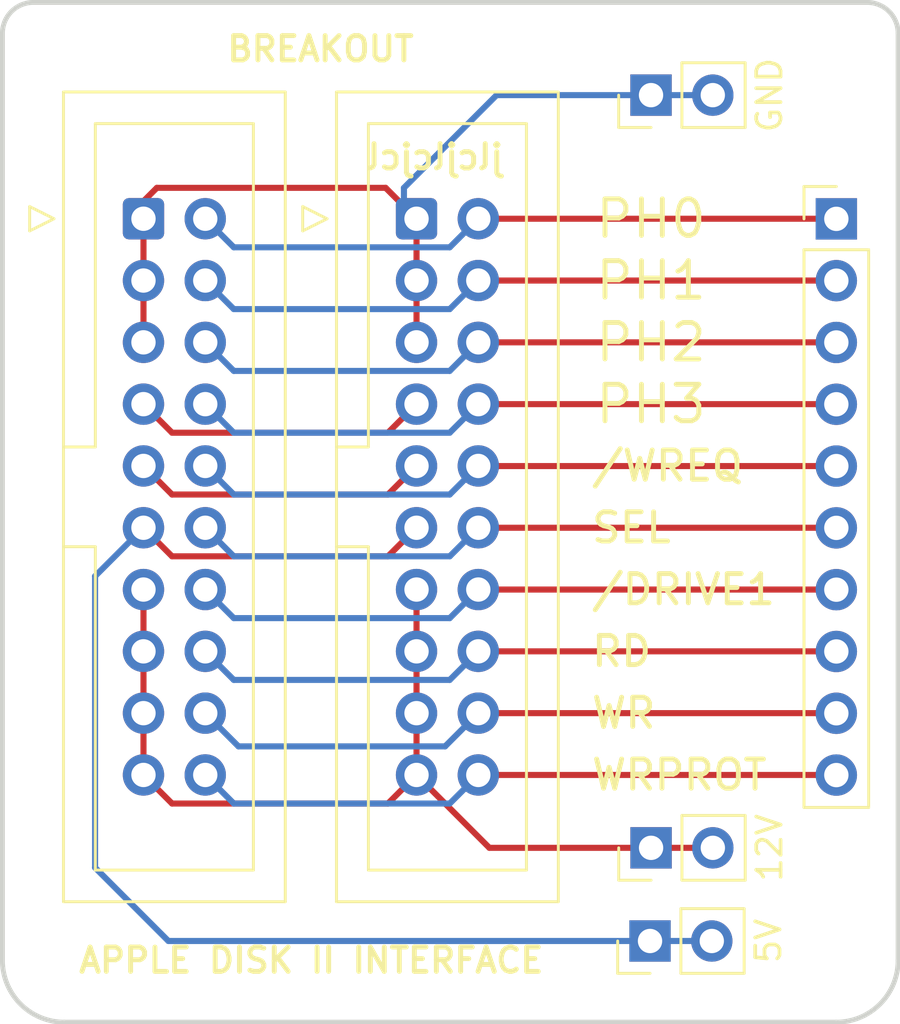
<source format=kicad_pcb>
(kicad_pcb (version 20211014) (generator pcbnew)
  (layers (0 "F.Cu" signal) (31 "B.Cu" signal) (34 "B.Paste" user) (35 "F.Paste" user) (36 "B.SilkS" user "B.Silkscreen") (37 "F.SilkS" user "F.Silkscreen") (38 "B.Mask" user) (39 "F.Mask" user) (44 "Edge.Cuts" user))
  (net 0 "")
  (net 1 "GND")
  (net 2 "/PH0")
  (net 3 "/PH1")
  (net 4 "/PH2")
  (net 5 "/{slash}3,5EN")
  (net 6 "/PH3")
  (net 7 "-12V")
  (net 8 "/{slash}WREQ")
  (net 9 "+5V")
  (net 10 "/SEL")
  (net 11 "+12V")
  (net 12 "/{slash}DRIVE1")
  (net 13 "/RD")
  (net 14 "/WR")
  (net 15 "/WRPROT")
  (footprint "Connector_IDC:IDC-Header_2x10_P2.54mm_Vertical" (layer "F.Cu") (at 113.5475 109.22)
    (fp_text reference "J1" hide)
    (fp_text value "APPLE II Disk" hide)
    (fp_line (start -1.98 26.77) (end -1.98 13.48) (layer "F.SilkS") (width 0.12))
    (fp_line (start -3.29 28.07) (end -3.29 -5.21) (layer "F.SilkS") (width 0.12))
    (fp_line (start 5.83 28.07) (end -3.29 28.07) (layer "F.SilkS") (width 0.12))
    (fp_line (start -3.29 -5.21) (end 5.83 -5.21) (layer "F.SilkS") (width 0.12))
    (fp_line (start -1.98 13.48) (end -1.98 13.48) (layer "F.SilkS") (width 0.12))
    (fp_line (start -3.68 0) (end -4.68 -0.5) (layer "F.SilkS") (width 0.12))
    (fp_line (start 5.83 -5.21) (end 5.83 28.07) (layer "F.SilkS") (width 0.12))
    (fp_line (start -3.29 9.38) (end -1.98 9.38) (layer "F.SilkS") (width 0.12))
    (fp_line (start -1.98 9.38) (end -1.98 -3.91) (layer "F.SilkS") (width 0.12))
    (fp_line (start 4.52 26.77) (end -1.98 26.77) (layer "F.SilkS") (width 0.12))
    (fp_line (start -1.98 -3.91) (end 4.52 -3.91) (layer "F.SilkS") (width 0.12))
    (fp_line (start -1.98 13.48) (end -3.29 13.48) (layer "F.SilkS") (width 0.12))
    (fp_line (start 4.52 -3.91) (end 4.52 26.77) (layer "F.SilkS") (width 0.12))
    (fp_line (start -4.68 -0.5) (end -4.68 0.5) (layer "F.SilkS") (width 0.12))
    (fp_line (start -4.68 0.5) (end -3.68 0) (layer "F.SilkS") (width 0.12))
    (pad "1" thru_hole roundrect (at 0 0) (size 1.7 1.7) (drill 1) (layers *.Cu *.Mask) (roundrect_rratio 0.1470588235) (net 1 "GND"))
    (pad "2" thru_hole circle (at 2.54 0) (size 1.7 1.7) (drill 1) (layers *.Cu *.Mask) (net 2 "/PH0"))
    (pad "3" thru_hole circle (at 0 2.54) (size 1.7 1.7) (drill 1) (layers *.Cu *.Mask) (net 1 "GND"))
    (pad "4" thru_hole circle (at 2.54 2.54) (size 1.7 1.7) (drill 1) (layers *.Cu *.Mask) (net 3 "/PH1"))
    (pad "5" thru_hole circle (at 0 5.08) (size 1.7 1.7) (drill 1) (layers *.Cu *.Mask) (net 1 "GND"))
    (pad "6" thru_hole circle (at 2.54 5.08) (size 1.7 1.7) (drill 1) (layers *.Cu *.Mask) (net 4 "/PH2"))
    (pad "7" thru_hole circle (at 0 7.62) (size 1.7 1.7) (drill 1) (layers *.Cu *.Mask) (net 5 "/{slash}3,5EN"))
    (pad "8" thru_hole circle (at 2.54 7.62) (size 1.7 1.7) (drill 1) (layers *.Cu *.Mask) (net 6 "/PH3"))
    (pad "9" thru_hole circle (at 0 10.16) (size 1.7 1.7) (drill 1) (layers *.Cu *.Mask) (net 7 "-12V"))
    (pad "10" thru_hole circle (at 2.54 10.16) (size 1.7 1.7) (drill 1) (layers *.Cu *.Mask) (net 8 "/{slash}WREQ"))
    (pad "11" thru_hole circle (at 0 12.7) (size 1.7 1.7) (drill 1) (layers *.Cu *.Mask) (net 9 "+5V"))
    (pad "12" thru_hole circle (at 2.54 12.7) (size 1.7 1.7) (drill 1) (layers *.Cu *.Mask) (net 10 "/SEL"))
    (pad "13" thru_hole circle (at 0 15.24) (size 1.7 1.7) (drill 1) (layers *.Cu *.Mask) (net 11 "+12V"))
    (pad "14" thru_hole circle (at 2.54 15.24) (size 1.7 1.7) (drill 1) (layers *.Cu *.Mask) (net 12 "/{slash}DRIVE1"))
    (pad "15" thru_hole circle (at 0 17.78) (size 1.7 1.7) (drill 1) (layers *.Cu *.Mask) (net 11 "+12V"))
    (pad "16" thru_hole circle (at 2.54 17.78) (size 1.7 1.7) (drill 1) (layers *.Cu *.Mask) (net 13 "/RD"))
    (pad "17" thru_hole circle (at 0 20.32) (size 1.7 1.7) (drill 1) (layers *.Cu *.Mask) (net 11 "+12V"))
    (pad "18" thru_hole circle (at 2.54 20.32) (size 1.7 1.7) (drill 1) (layers *.Cu *.Mask) (net 14 "/WR"))
    (pad "19" thru_hole circle (at 0 22.86) (size 1.7 1.7) (drill 1) (layers *.Cu *.Mask) (net 11 "+12V"))
    (pad "20" thru_hole circle (at 2.54 22.86) (size 1.7 1.7) (drill 1) (layers *.Cu *.Mask) (net 15 "/WRPROT"))
  )
  (footprint "Connector_IDC:IDC-Header_2x10_P2.54mm_Vertical" (layer "F.Cu") (at 102.32 109.22)
    (fp_text reference "J2" hide)
    (fp_text value "APPLE II Disk" hide)
    (fp_line (start -1.98 9.38) (end -1.98 -3.91) (layer "F.SilkS") (width 0.12))
    (fp_line (start -4.68 0.5) (end -3.68 0) (layer "F.SilkS") (width 0.12))
    (fp_line (start -4.68 -0.5) (end -4.68 0.5) (layer "F.SilkS") (width 0.12))
    (fp_line (start 4.52 26.77) (end -1.98 26.77) (layer "F.SilkS") (width 0.12))
    (fp_line (start -3.68 0) (end -4.68 -0.5) (layer "F.SilkS") (width 0.12))
    (fp_line (start -3.29 -5.21) (end 5.83 -5.21) (layer "F.SilkS") (width 0.12))
    (fp_line (start -3.29 9.38) (end -1.98 9.38) (layer "F.SilkS") (width 0.12))
    (fp_line (start -1.98 -3.91) (end 4.52 -3.91) (layer "F.SilkS") (width 0.12))
    (fp_line (start 4.52 -3.91) (end 4.52 26.77) (layer "F.SilkS") (width 0.12))
    (fp_line (start -1.98 13.48) (end -1.98 13.48) (layer "F.SilkS") (width 0.12))
    (fp_line (start 5.83 28.07) (end -3.29 28.07) (layer "F.SilkS") (width 0.12))
    (fp_line (start 5.83 -5.21) (end 5.83 28.07) (layer "F.SilkS") (width 0.12))
    (fp_line (start -3.29 28.07) (end -3.29 -5.21) (layer "F.SilkS") (width 0.12))
    (fp_line (start -1.98 26.77) (end -1.98 13.48) (layer "F.SilkS") (width 0.12))
    (fp_line (start -1.98 13.48) (end -3.29 13.48) (layer "F.SilkS") (width 0.12))
    (pad "1" thru_hole roundrect (at 0 0) (size 1.7 1.7) (drill 1) (layers *.Cu *.Mask) (roundrect_rratio 0.1470588235) (net 1 "GND"))
    (pad "2" thru_hole circle (at 2.54 0) (size 1.7 1.7) (drill 1) (layers *.Cu *.Mask) (net 2 "/PH0"))
    (pad "3" thru_hole circle (at 0 2.54) (size 1.7 1.7) (drill 1) (layers *.Cu *.Mask) (net 1 "GND"))
    (pad "4" thru_hole circle (at 2.54 2.54) (size 1.7 1.7) (drill 1) (layers *.Cu *.Mask) (net 3 "/PH1"))
    (pad "5" thru_hole circle (at 0 5.08) (size 1.7 1.7) (drill 1) (layers *.Cu *.Mask) (net 1 "GND"))
    (pad "6" thru_hole circle (at 2.54 5.08) (size 1.7 1.7) (drill 1) (layers *.Cu *.Mask) (net 4 "/PH2"))
    (pad "7" thru_hole circle (at 0 7.62) (size 1.7 1.7) (drill 1) (layers *.Cu *.Mask) (net 5 "/{slash}3,5EN"))
    (pad "8" thru_hole circle (at 2.54 7.62) (size 1.7 1.7) (drill 1) (layers *.Cu *.Mask) (net 6 "/PH3"))
    (pad "9" thru_hole circle (at 0 10.16) (size 1.7 1.7) (drill 1) (layers *.Cu *.Mask) (net 7 "-12V"))
    (pad "10" thru_hole circle (at 2.54 10.16) (size 1.7 1.7) (drill 1) (layers *.Cu *.Mask) (net 8 "/{slash}WREQ"))
    (pad "11" thru_hole circle (at 0 12.7) (size 1.7 1.7) (drill 1) (layers *.Cu *.Mask) (net 9 "+5V"))
    (pad "12" thru_hole circle (at 2.54 12.7) (size 1.7 1.7) (drill 1) (layers *.Cu *.Mask) (net 10 "/SEL"))
    (pad "13" thru_hole circle (at 0 15.24) (size 1.7 1.7) (drill 1) (layers *.Cu *.Mask) (net 11 "+12V"))
    (pad "14" thru_hole circle (at 2.54 15.24) (size 1.7 1.7) (drill 1) (layers *.Cu *.Mask) (net 12 "/{slash}DRIVE1"))
    (pad "15" thru_hole circle (at 0 17.78) (size 1.7 1.7) (drill 1) (layers *.Cu *.Mask) (net 11 "+12V"))
    (pad "16" thru_hole circle (at 2.54 17.78) (size 1.7 1.7) (drill 1) (layers *.Cu *.Mask) (net 13 "/RD"))
    (pad "17" thru_hole circle (at 0 20.32) (size 1.7 1.7) (drill 1) (layers *.Cu *.Mask) (net 11 "+12V"))
    (pad "18" thru_hole circle (at 2.54 20.32) (size 1.7 1.7) (drill 1) (layers *.Cu *.Mask) (net 14 "/WR"))
    (pad "19" thru_hole circle (at 0 22.86) (size 1.7 1.7) (drill 1) (layers *.Cu *.Mask) (net 11 "+12V"))
    (pad "20" thru_hole circle (at 2.54 22.86) (size 1.7 1.7) (drill 1) (layers *.Cu *.Mask) (net 15 "/WRPROT"))
  )
  (footprint "Connector_PinHeader_2.54mm:PinHeader_1x02_P2.54mm_Vertical" (layer "F.Cu") (at 123.19 104.14 90)
    (fp_text reference "J4" hide)
    (fp_text value "GND" (at 0 4.87 90) (layer "F.SilkS"))
    (fp_line (start -1.33 -1.33) (end 0 -1.33) (layer "F.SilkS") (width 0.12))
    (fp_line (start -1.33 1.27) (end -1.33 3.87) (layer "F.SilkS") (width 0.12))
    (fp_line (start -1.33 1.27) (end 1.33 1.27) (layer "F.SilkS") (width 0.12))
    (fp_line (start -1.33 3.87) (end 1.33 3.87) (layer "F.SilkS") (width 0.12))
    (fp_line (start 1.33 1.27) (end 1.33 3.87) (layer "F.SilkS") (width 0.12))
    (fp_line (start -1.33 0) (end -1.33 -1.33) (layer "F.SilkS") (width 0.12))
    (pad "1" thru_hole rect (at 0 0 90) (size 1.7 1.7) (drill 1) (layers *.Cu *.Mask) (net 1 "GND"))
    (pad "2" thru_hole oval (at 0 2.54 90) (size 1.7 1.7) (drill 1) (layers *.Cu *.Mask) (net 1 "GND"))
  )
  (footprint "Connector_PinHeader_2.54mm:PinHeader_1x02_P2.54mm_Vertical" (layer "F.Cu") (at 123.191867 135.075436 90)
    (fp_text reference "J5" hide)
    (fp_text value "12V" (at 0 4.87 90) (layer "F.SilkS"))
    (fp_line (start -1.33 1.27) (end -1.33 3.87) (layer "F.SilkS") (width 0.12))
    (fp_line (start -1.33 -1.33) (end 0 -1.33) (layer "F.SilkS") (width 0.12))
    (fp_line (start -1.33 3.87) (end 1.33 3.87) (layer "F.SilkS") (width 0.12))
    (fp_line (start 1.33 1.27) (end 1.33 3.87) (layer "F.SilkS") (width 0.12))
    (fp_line (start -1.33 0) (end -1.33 -1.33) (layer "F.SilkS") (width 0.12))
    (fp_line (start -1.33 1.27) (end 1.33 1.27) (layer "F.SilkS") (width 0.12))
    (pad "1" thru_hole rect (at 0 0 90) (size 1.7 1.7) (drill 1) (layers *.Cu *.Mask) (net 11 "+12V"))
    (pad "2" thru_hole oval (at 0 2.54 90) (size 1.7 1.7) (drill 1) (layers *.Cu *.Mask) (net 11 "+12V"))
  )
  (footprint "Connector_PinHeader_2.54mm:PinHeader_1x02_P2.54mm_Vertical" (layer "F.Cu") (at 123.148848 138.904144 90)
    (fp_text reference "J6" hide)
    (fp_text value "5V" (at 0 4.87 90) (layer "F.SilkS"))
    (fp_line (start -1.33 3.87) (end 1.33 3.87) (layer "F.SilkS") (width 0.12))
    (fp_line (start -1.33 1.27) (end 1.33 1.27) (layer "F.SilkS") (width 0.12))
    (fp_line (start -1.33 -1.33) (end 0 -1.33) (layer "F.SilkS") (width 0.12))
    (fp_line (start -1.33 1.27) (end -1.33 3.87) (layer "F.SilkS") (width 0.12))
    (fp_line (start -1.33 0) (end -1.33 -1.33) (layer "F.SilkS") (width 0.12))
    (fp_line (start 1.33 1.27) (end 1.33 3.87) (layer "F.SilkS") (width 0.12))
    (pad "1" thru_hole rect (at 0 0 90) (size 1.7 1.7) (drill 1) (layers *.Cu *.Mask) (net 9 "+5V"))
    (pad "2" thru_hole oval (at 0 2.54 90) (size 1.7 1.7) (drill 1) (layers *.Cu *.Mask) (net 9 "+5V"))
  )
  (footprint "Connector_PinHeader_2.54mm:PinHeader_1x10_P2.54mm_Vertical" (layer "F.Cu") (at 130.81 109.225)
    (fp_text reference "J3" hide)
    (fp_text value "Conn_01x10_Male" hide)
    (fp_line (start 1.33 1.27) (end 1.33 24.19) (layer "F.SilkS") (width 0.12))
    (fp_line (start -1.33 1.27) (end -1.33 24.19) (layer "F.SilkS") (width 0.12))
    (fp_line (start -1.33 24.19) (end 1.33 24.19) (layer "F.SilkS") (width 0.12))
    (fp_line (start -1.33 1.27) (end 1.33 1.27) (layer "F.SilkS") (width 0.12))
    (fp_line (start -1.33 0) (end -1.33 -1.33) (layer "F.SilkS") (width 0.12))
    (fp_line (start -1.33 -1.33) (end 0 -1.33) (layer "F.SilkS") (width 0.12))
    (pad "1" thru_hole rect (at 0 0) (size 1.7 1.7) (drill 1) (layers *.Cu *.Mask) (net 2 "/PH0"))
    (pad "2" thru_hole oval (at 0 2.54) (size 1.7 1.7) (drill 1) (layers *.Cu *.Mask) (net 3 "/PH1"))
    (pad "3" thru_hole oval (at 0 5.08) (size 1.7 1.7) (drill 1) (layers *.Cu *.Mask) (net 4 "/PH2"))
    (pad "4" thru_hole oval (at 0 7.62) (size 1.7 1.7) (drill 1) (layers *.Cu *.Mask) (net 6 "/PH3"))
    (pad "5" thru_hole oval (at 0 10.16) (size 1.7 1.7) (drill 1) (layers *.Cu *.Mask) (net 8 "/{slash}WREQ"))
    (pad "6" thru_hole oval (at 0 12.7) (size 1.7 1.7) (drill 1) (layers *.Cu *.Mask) (net 10 "/SEL"))
    (pad "7" thru_hole oval (at 0 15.24) (size 1.7 1.7) (drill 1) (layers *.Cu *.Mask) (net 12 "/{slash}DRIVE1"))
    (pad "8" thru_hole oval (at 0 17.78) (size 1.7 1.7) (drill 1) (layers *.Cu *.Mask) (net 13 "/RD"))
    (pad "9" thru_hole oval (at 0 20.32) (size 1.7 1.7) (drill 1) (layers *.Cu *.Mask) (net 14 "/WR"))
    (pad "10" thru_hole oval (at 0 22.86) (size 1.7 1.7) (drill 1) (layers *.Cu *.Mask) (net 15 "/WRPROT"))
  )
  (gr_line (start 130.81 142.24) (end 99.06 142.24) (layer "Edge.Cuts") (width 0.2))
  (gr_arc (start 133.35 139.7) (mid 132.606051 141.496051) (end 130.81 142.24) (layer "Edge.Cuts") (width 0.2))
  (gr_line (start 133.35 101.6) (end 133.35 139.7) (layer "Edge.Cuts") (width 0.2))
  (gr_arc (start 96.52 101.6) (mid 96.891974 100.701974) (end 97.79 100.33) (layer "Edge.Cuts") (width 0.2))
  (gr_line (start 97.79 100.33) (end 132.08 100.33) (layer "Edge.Cuts") (width 0.2))
  (gr_line (start 96.52 139.7) (end 96.52 101.6) (layer "Edge.Cuts") (width 0.2))
  (gr_arc (start 132.08 100.33) (mid 132.978026 100.701974) (end 133.35 101.6) (layer "Edge.Cuts") (width 0.2))
  (gr_arc (start 99.06 142.24) (mid 97.263949 141.496051) (end 96.52 139.7) (layer "Edge.Cuts") (width 0.2))
  (gr_text "RD" (at 120.65 127) (layer "F.SilkS") (effects (font (size 1.2 1.2) (thickness 0.2)) (justify left)))
  (gr_text "SEL\n" (at 120.65 121.92) (layer "F.SilkS") (effects (font (size 1.2 1.2) (thickness 0.2)) (justify left)))
  (gr_text "/WREQ\n" (at 120.65 119.38) (layer "F.SilkS") (effects (font (size 1.2 1.2) (thickness 0.2)) (justify left)))
  (gr_text "APPLE DISK II INTERFACE\n" (at 109.22 139.7) (layer "F.SilkS") (effects (font (size 1 1) (thickness 0.2))))
  (gr_text "WR" (at 120.65 129.54) (layer "F.SilkS") (effects (font (size 1.2 1.2) (thickness 0.2)) (justify left)))
  (gr_text "BREAKOUT\n" (at 109.599224 102.240387) (layer "F.SilkS") (effects (font (size 1 1) (thickness 0.2))))
  (gr_text "PH0" (at 123.19 109.22) (layer "F.SilkS") (effects (font (size 1.5 1.5) (thickness 0.2))))
  (gr_text "WRPROT" (at 120.65 132.08) (layer "F.SilkS") (effects (font (size 1.2 1.2) (thickness 0.2)) (justify left)))
  (gr_text "PH3" (at 123.19 116.84) (layer "F.SilkS") (effects (font (size 1.5 1.5) (thickness 0.2))))
  (gr_text "jlcjlcjcl" (at 114.3 106.68) (layer "F.SilkS") (effects (font (size 1 1) (thickness 0.2)) (justify mirror)))
  (gr_text "PH1" (at 123.19 111.76) (layer "F.SilkS") (effects (font (size 1.5 1.5) (thickness 0.2))))
  (gr_text "PH2" (at 123.19 114.3) (layer "F.SilkS") (effects (font (size 1.5 1.5) (thickness 0.2))))
  (gr_text "/DRIVE1\n" (at 120.65 124.46) (layer "F.SilkS") (effects (font (size 1.2 1.2) (thickness 0.2)) (justify left)))
  (segment (start 102.87 107.95) (end 112.2775 107.95) (width 0.25) (layer "F.Cu") (net 1))
  (segment (start 102.32 108.5) (end 102.87 107.95) (width 0.25) (layer "F.Cu") (net 1))
  (segment (start 112.2775 107.95) (end 113.5475 109.22) (width 0.25) (layer "F.Cu") (net 1))
  (segment (start 102.32 109.22) (end 102.32 114.3) (width 0.25) (layer "F.Cu") (net 1))
  (segment (start 113.5475 109.22) (end 113.5475 114.3) (width 0.25) (layer "F.Cu") (net 1))
  (segment (start 102.32 109.22) (end 102.32 108.5) (width 0.25) (layer "F.Cu") (net 1))
  (segment (start 113.5475 109.4275) (end 113.5475 109.22) (width 0.25) (layer "B.Cu") (net 1))
  (segment (start 113.03 109.945) (end 113.5475 109.4275) (width 0.25) (layer "B.Cu") (net 1))
  (segment (start 113.03 107.95) (end 113.03 109.945) (width 0.25) (layer "B.Cu") (net 1))
  (segment (start 116.84 104.14) (end 113.03 107.95) (width 0.25) (layer "B.Cu") (net 1))
  (segment (start 125.73 104.14) (end 123.19 104.14) (width 0.25) (layer "B.Cu") (net 1))
  (segment (start 123.19 104.14) (end 116.84 104.14) (width 0.25) (layer "B.Cu") (net 1))
  (segment (start 116.0875 109.22) (end 130.805 109.22) (width 0.25) (layer "F.Cu") (net 2))
  (segment (start 130.805 109.22) (end 130.81 109.225) (width 0.25) (layer "F.Cu") (net 2))
  (segment (start 104.86 109.22) (end 106.03452 110.39452) (width 0.25) (layer "B.Cu") (net 2))
  (segment (start 114.91298 110.39452) (end 116.0875 109.22) (width 0.25) (layer "B.Cu") (net 2))
  (segment (start 106.03452 110.39452) (end 114.91298 110.39452) (width 0.25) (layer "B.Cu") (net 2))
  (segment (start 130.805 111.76) (end 130.81 111.765) (width 0.25) (layer "F.Cu") (net 3))
  (segment (start 116.0875 111.76) (end 130.805 111.76) (width 0.25) (layer "F.Cu") (net 3))
  (segment (start 106.034511 112.934511) (end 114.912989 112.934511) (width 0.25) (layer "B.Cu") (net 3))
  (segment (start 114.912989 112.934511) (end 116.0875 111.76) (width 0.25) (layer "B.Cu") (net 3))
  (segment (start 104.86 111.76) (end 106.034511 112.934511) (width 0.25) (layer "B.Cu") (net 3))
  (segment (start 116.0875 114.3) (end 130.805 114.3) (width 0.25) (layer "F.Cu") (net 4))
  (segment (start 130.805 114.3) (end 130.81 114.305) (width 0.25) (layer "F.Cu") (net 4))
  (segment (start 106.034511 115.474511) (end 114.912989 115.474511) (width 0.25) (layer "B.Cu") (net 4))
  (segment (start 104.86 114.3) (end 106.034511 115.474511) (width 0.25) (layer "B.Cu") (net 4))
  (segment (start 114.912989 115.474511) (end 116.0875 114.3) (width 0.25) (layer "B.Cu") (net 4))
  (segment (start 112.372989 118.014511) (end 113.5475 116.84) (width 0.25) (layer "F.Cu") (net 5))
  (segment (start 103.494511 118.014511) (end 112.372989 118.014511) (width 0.25) (layer "F.Cu") (net 5))
  (segment (start 102.32 116.84) (end 103.494511 118.014511) (width 0.25) (layer "F.Cu") (net 5))
  (segment (start 130.805 116.84) (end 130.81 116.845) (width 0.25) (layer "F.Cu") (net 6))
  (segment (start 116.0875 116.84) (end 130.805 116.84) (width 0.25) (layer "F.Cu") (net 6))
  (segment (start 114.912989 118.014511) (end 116.0875 116.84) (width 0.25) (layer "B.Cu") (net 6))
  (segment (start 104.86 116.84) (end 106.034511 118.014511) (width 0.25) (layer "B.Cu") (net 6))
  (segment (start 106.034511 118.014511) (end 114.912989 118.014511) (width 0.25) (layer "B.Cu") (net 6))
  (segment (start 113.5475 119.38) (end 112.372989 120.554511) (width 0.25) (layer "F.Cu") (net 7))
  (segment (start 112.372989 120.554511) (end 103.494511 120.554511) (width 0.25) (layer "F.Cu") (net 7))
  (segment (start 103.494511 120.554511) (end 102.32 119.38) (width 0.25) (layer "F.Cu") (net 7))
  (segment (start 116.0925 119.385) (end 116.0875 119.38) (width 0.25) (layer "F.Cu") (net 8))
  (segment (start 130.81 119.385) (end 116.0925 119.385) (width 0.25) (layer "F.Cu") (net 8))
  (segment (start 104.86 119.38) (end 106.034511 120.554511) (width 0.25) (layer "B.Cu") (net 8))
  (segment (start 114.912989 120.554511) (end 116.0875 119.38) (width 0.25) (layer "B.Cu") (net 8))
  (segment (start 106.034511 120.554511) (end 114.912989 120.554511) (width 0.25) (layer "B.Cu") (net 8))
  (segment (start 112.372989 123.094511) (end 113.5475 121.92) (width 0.25) (layer "F.Cu") (net 9))
  (segment (start 102.32 121.92) (end 103.494511 123.094511) (width 0.25) (layer "F.Cu") (net 9))
  (segment (start 103.494511 123.094511) (end 112.372989 123.094511) (width 0.25) (layer "F.Cu") (net 9))
  (segment (start 123.148848 138.904144) (end 125.688848 138.904144) (width 0.25) (layer "B.Cu") (net 9))
  (segment (start 100.33 135.89) (end 100.33 123.91) (width 0.25) (layer "B.Cu") (net 9))
  (segment (start 123.148848 138.904144) (end 103.344144 138.904144) (width 0.25) (layer "B.Cu") (net 9))
  (segment (start 100.33 123.91) (end 102.32 121.92) (width 0.25) (layer "B.Cu") (net 9))
  (segment (start 103.344144 138.904144) (end 100.33 135.89) (width 0.25) (layer "B.Cu") (net 9))
  (segment (start 130.805 121.92) (end 130.81 121.925) (width 0.25) (layer "F.Cu") (net 10))
  (segment (start 116.0875 121.92) (end 130.805 121.92) (width 0.25) (layer "F.Cu") (net 10))
  (segment (start 104.86 121.92) (end 106.034511 123.094511) (width 0.25) (layer "B.Cu") (net 10))
  (segment (start 106.034511 123.094511) (end 114.912989 123.094511) (width 0.25) (layer "B.Cu") (net 10))
  (segment (start 114.912989 123.094511) (end 116.0875 121.92) (width 0.25) (layer "B.Cu") (net 10))
  (segment (start 116.542936 135.075436) (end 123.191867 135.075436) (width 0.25) (layer "F.Cu") (net 11))
  (segment (start 102.32 124.46) (end 102.32 132.08) (width 0.25) (layer "F.Cu") (net 11))
  (segment (start 112.372989 133.254511) (end 113.5475 132.08) (width 0.25) (layer "F.Cu") (net 11))
  (segment (start 113.5475 124.46) (end 113.5475 132.08) (width 0.25) (layer "F.Cu") (net 11))
  (segment (start 123.191867 135.075436) (end 125.731867 135.075436) (width 0.25) (layer "F.Cu") (net 11))
  (segment (start 103.494511 133.254511) (end 112.372989 133.254511) (width 0.25) (layer "F.Cu") (net 11))
  (segment (start 113.5475 132.08) (end 116.542936 135.075436) (width 0.25) (layer "F.Cu") (net 11))
  (segment (start 102.32 132.08) (end 103.494511 133.254511) (width 0.25) (layer "F.Cu") (net 11))
  (segment (start 130.805 124.46) (end 130.81 124.465) (width 0.25) (layer "F.Cu") (net 12))
  (segment (start 116.0875 124.46) (end 130.805 124.46) (width 0.25) (layer "F.Cu") (net 12))
  (segment (start 114.912989 125.634511) (end 116.0875 124.46) (width 0.25) (layer "B.Cu") (net 12))
  (segment (start 106.034511 125.634511) (end 114.912989 125.634511) (width 0.25) (layer "B.Cu") (net 12))
  (segment (start 104.86 124.46) (end 106.034511 125.634511) (width 0.25) (layer "B.Cu") (net 12))
  (segment (start 116.0875 127) (end 130.805 127) (width 0.25) (layer "F.Cu") (net 13))
  (segment (start 130.805 127) (end 130.81 127.005) (width 0.25) (layer "F.Cu") (net 13))
  (segment (start 114.912989 128.174511) (end 116.0875 127) (width 0.25) (layer "B.Cu") (net 13))
  (segment (start 104.86 127) (end 106.034511 128.174511) (width 0.25) (layer "B.Cu") (net 13))
  (segment (start 106.034511 128.174511) (end 114.912989 128.174511) (width 0.25) (layer "B.Cu") (net 13))
  (segment (start 116.0875 129.54) (end 130.805 129.54) (width 0.25) (layer "F.Cu") (net 14))
  (segment (start 130.805 129.54) (end 130.81 129.545) (width 0.25) (layer "F.Cu") (net 14))
  (segment (start 104.86 129.54) (end 106.225489 130.905489) (width 0.25) (layer "B.Cu") (net 14))
  (segment (start 106.225489 130.905489) (end 114.722011 130.905489) (width 0.25) (layer "B.Cu") (net 14))
  (segment (start 114.722011 130.905489) (end 116.0875 129.54) (width 0.25) (layer "B.Cu") (net 14))
  (segment (start 116.0875 132.08) (end 130.805 132.08) (width 0.25) (layer "F.Cu") (net 15))
  (segment (start 130.805 132.08) (end 130.81 132.085) (width 0.25) (layer "F.Cu") (net 15))
  (segment (start 104.86 132.08) (end 106.034511 133.254511) (width 0.25) (layer "B.Cu") (net 15))
  (segment (start 106.034511 133.254511) (end 114.912989 133.254511) (width 0.25) (layer "B.Cu") (net 15))
  (segment (start 114.912989 133.254511) (end 116.0875 132.08) (width 0.25) (layer "B.Cu") (net 15))
)
</source>
